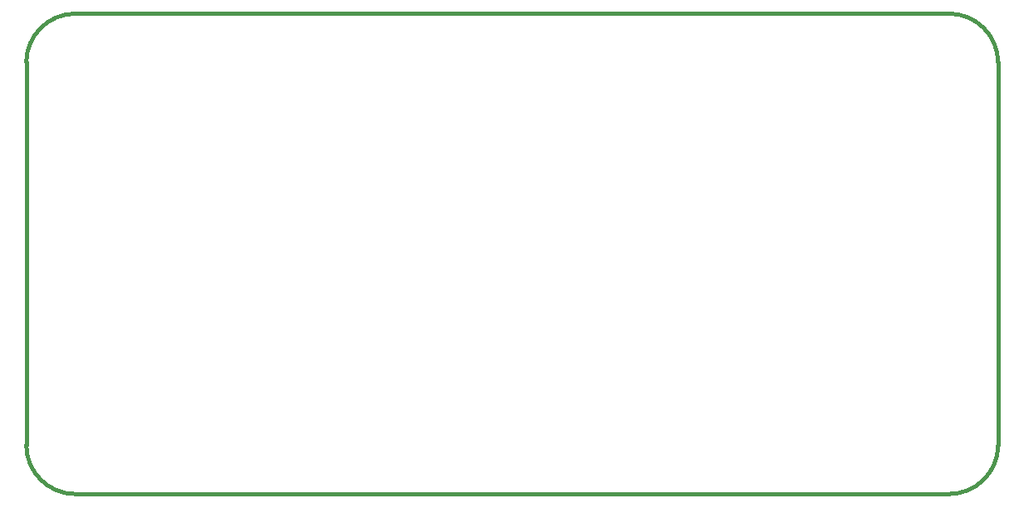
<source format=gbr>
G04 #@! TF.FileFunction,Profile,NP*
%FSLAX46Y46*%
G04 Gerber Fmt 4.6, Leading zero omitted, Abs format (unit mm)*
G04 Created by KiCad (PCBNEW (after 2015-mar-04 BZR unknown)-product) date 7/17/2015 7:43:42 PM*
%MOMM*%
G01*
G04 APERTURE LIST*
%ADD10C,0.150000*%
%ADD11C,0.381000*%
G04 APERTURE END LIST*
D10*
D11*
X92474000Y-79340000D02*
X181474000Y-79340000D01*
X87474000Y-123340000D02*
X87474000Y-84340000D01*
X181474000Y-128340000D02*
X92474000Y-128340000D01*
X186474000Y-84340000D02*
X186474000Y-123340000D01*
X87474000Y-123340000D02*
G75*
G03X92474000Y-128340000I5000000J0D01*
G01*
X181474000Y-128340000D02*
G75*
G03X186474000Y-123340000I0J5000000D01*
G01*
X186474000Y-84340000D02*
G75*
G03X181474000Y-79340000I-5000000J0D01*
G01*
X92474000Y-79340000D02*
G75*
G03X87474000Y-84340000I0J-5000000D01*
G01*
M02*

</source>
